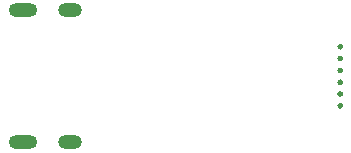
<source format=gbr>
G04*
G04 #@! TF.GenerationSoftware,Altium Limited,Altium Designer,24.8.2 (39)*
G04*
G04 Layer_Color=255*
%FSLAX25Y25*%
%MOIN*%
G70*
G04*
G04 #@! TF.SameCoordinates,C8608415-0D93-4E33-BC52-9C0F9C252278*
G04*
G04*
G04 #@! TF.FilePolarity,Positive*
G04*
G01*
G75*
%ADD23O,0.09449X0.04724*%
%ADD24O,0.07874X0.04724*%
G36*
G01X115157Y17717D02*
G02X114173Y16732I-984J0D01*
G02X113189Y17717I0J984D01*
G02X114173Y18701I984J0D01*
G02X115157Y17717I0J-984D01*
D02*
G37*
G36*
G01Y37402D02*
G02X114173Y36417I-984J0D01*
G02X113189Y37402I0J984D01*
G02X114173Y38386I984J0D01*
G02X115157Y37402I0J-984D01*
D02*
G37*
G36*
G01Y25591D02*
G02X114173Y24606I-984J0D01*
G02X113189Y25591I0J984D01*
G02X114173Y26575I984J0D01*
G02X115157Y25591I0J-984D01*
D02*
G37*
G36*
G01Y33465D02*
G02X114173Y32480I-984J0D01*
G02X113189Y33465I0J984D01*
G02X114173Y34449I984J0D01*
G02X115157Y33465I0J-984D01*
D02*
G37*
G36*
G01Y21654D02*
G02X114173Y20669I-984J0D01*
G02X113189Y21654I0J984D01*
G02X114173Y22638I984J0D01*
G02X115157Y21654I0J-984D01*
D02*
G37*
G36*
G01Y29528D02*
G02X114173Y28543I-984J0D01*
G02X113189Y29528I0J984D01*
G02X114173Y30512I984J0D01*
G02X115157Y29528I0J-984D01*
D02*
G37*
D23*
X8287Y49528D02*
D03*
Y5591D02*
D03*
D24*
X24035D02*
D03*
Y49528D02*
D03*
M02*

</source>
